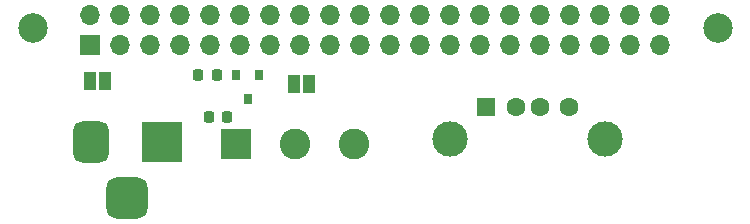
<source format=gbr>
%TF.GenerationSoftware,KiCad,Pcbnew,(5.99.0-11450-g1c1f7ac07e)*%
%TF.CreationDate,2021-09-18T13:42:06-03:00*%
%TF.ProjectId,LedHAt,4c656448-4174-42e6-9b69-6361645f7063,rev?*%
%TF.SameCoordinates,Original*%
%TF.FileFunction,Soldermask,Bot*%
%TF.FilePolarity,Negative*%
%FSLAX46Y46*%
G04 Gerber Fmt 4.6, Leading zero omitted, Abs format (unit mm)*
G04 Created by KiCad (PCBNEW (5.99.0-11450-g1c1f7ac07e)) date 2021-09-18 13:42:06*
%MOMM*%
%LPD*%
G01*
G04 APERTURE LIST*
G04 Aperture macros list*
%AMRoundRect*
0 Rectangle with rounded corners*
0 $1 Rounding radius*
0 $2 $3 $4 $5 $6 $7 $8 $9 X,Y pos of 4 corners*
0 Add a 4 corners polygon primitive as box body*
4,1,4,$2,$3,$4,$5,$6,$7,$8,$9,$2,$3,0*
0 Add four circle primitives for the rounded corners*
1,1,$1+$1,$2,$3*
1,1,$1+$1,$4,$5*
1,1,$1+$1,$6,$7*
1,1,$1+$1,$8,$9*
0 Add four rect primitives between the rounded corners*
20,1,$1+$1,$2,$3,$4,$5,0*
20,1,$1+$1,$4,$5,$6,$7,0*
20,1,$1+$1,$6,$7,$8,$9,0*
20,1,$1+$1,$8,$9,$2,$3,0*%
G04 Aperture macros list end*
%ADD10C,2.500000*%
%ADD11R,3.500000X3.500000*%
%ADD12RoundRect,0.750000X-0.750000X-1.000000X0.750000X-1.000000X0.750000X1.000000X-0.750000X1.000000X0*%
%ADD13RoundRect,0.875000X-0.875000X-0.875000X0.875000X-0.875000X0.875000X0.875000X-0.875000X0.875000X0*%
%ADD14R,1.600000X1.500000*%
%ADD15C,1.600000*%
%ADD16C,3.000000*%
%ADD17R,2.600000X2.600000*%
%ADD18C,2.600000*%
%ADD19R,0.800000X0.900000*%
%ADD20R,1.000000X1.500000*%
%ADD21RoundRect,0.218750X-0.218750X-0.256250X0.218750X-0.256250X0.218750X0.256250X-0.218750X0.256250X0*%
%ADD22R,1.700000X1.700000*%
%ADD23O,1.700000X1.700000*%
G04 APERTURE END LIST*
D10*
%TO.C,H2*%
X23500000Y-23500000D03*
%TD*%
D11*
%TO.C,J3*%
X34450000Y-33192500D03*
D12*
X28450000Y-33192500D03*
D13*
X31450000Y-37892500D03*
%TD*%
D14*
%TO.C,J4*%
X61925200Y-30149800D03*
D15*
X64425200Y-30149800D03*
X66425200Y-30149800D03*
X68925200Y-30149800D03*
D16*
X58855200Y-32859800D03*
X71995200Y-32859800D03*
%TD*%
D10*
%TO.C,H4*%
X81500000Y-23500000D03*
%TD*%
D17*
%TO.C,J1*%
X40716200Y-33299400D03*
D18*
X45716200Y-33299400D03*
X50716200Y-33299400D03*
%TD*%
D19*
%TO.C,Q1*%
X40750000Y-27500000D03*
X42650000Y-27500000D03*
X41700000Y-29500000D03*
%TD*%
D20*
%TO.C,JP2*%
X46900000Y-28200000D03*
X45600000Y-28200000D03*
%TD*%
D21*
%TO.C,R2*%
X37512500Y-27500000D03*
X39087500Y-27500000D03*
%TD*%
%TO.C,R1*%
X38412500Y-31000000D03*
X39987500Y-31000000D03*
%TD*%
D22*
%TO.C,J2*%
X28370000Y-24970000D03*
D23*
X28370000Y-22430000D03*
X30910000Y-24970000D03*
X30910000Y-22430000D03*
X33450000Y-24970000D03*
X33450000Y-22430000D03*
X35990000Y-24970000D03*
X35990000Y-22430000D03*
X38530000Y-24970000D03*
X38530000Y-22430000D03*
X41070000Y-24970000D03*
X41070000Y-22430000D03*
X43610000Y-24970000D03*
X43610000Y-22430000D03*
X46150000Y-24970000D03*
X46150000Y-22430000D03*
X48690000Y-24970000D03*
X48690000Y-22430000D03*
X51230000Y-24970000D03*
X51230000Y-22430000D03*
X53770000Y-24970000D03*
X53770000Y-22430000D03*
X56310000Y-24970000D03*
X56310000Y-22430000D03*
X58850000Y-24970000D03*
X58850000Y-22430000D03*
X61390000Y-24970000D03*
X61390000Y-22430000D03*
X63930000Y-24970000D03*
X63930000Y-22430000D03*
X66470000Y-24970000D03*
X66470000Y-22430000D03*
X69010000Y-24970000D03*
X69010000Y-22430000D03*
X71550000Y-24970000D03*
X71550000Y-22430000D03*
X74090000Y-24970000D03*
X74090000Y-22430000D03*
X76630000Y-24970000D03*
X76630000Y-22430000D03*
%TD*%
D20*
%TO.C,JP1*%
X28350000Y-28000000D03*
X29650000Y-28000000D03*
%TD*%
M02*

</source>
